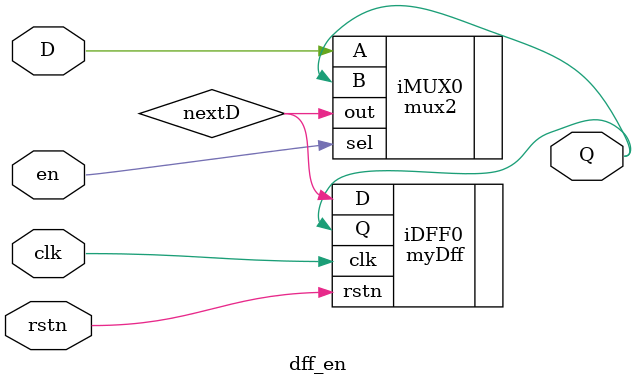
<source format=v>
module dff_en(D, Q, en, clk, rstn);

// clk/rstn signals.
input clk, rstn;

// I/Os.
input D, en;
output Q;

// Intermediate wires.
wire nextD;

// DFF instantiation.
myDff iDFF0 (.D(nextD), .Q(Q), .clk(clk), .rstn(rstn));

// MUX instantiation (as enable logic).
mux2 iMUX0 (.A(D), .B(Q), .sel(en), .out(nextD));

endmodule
</source>
